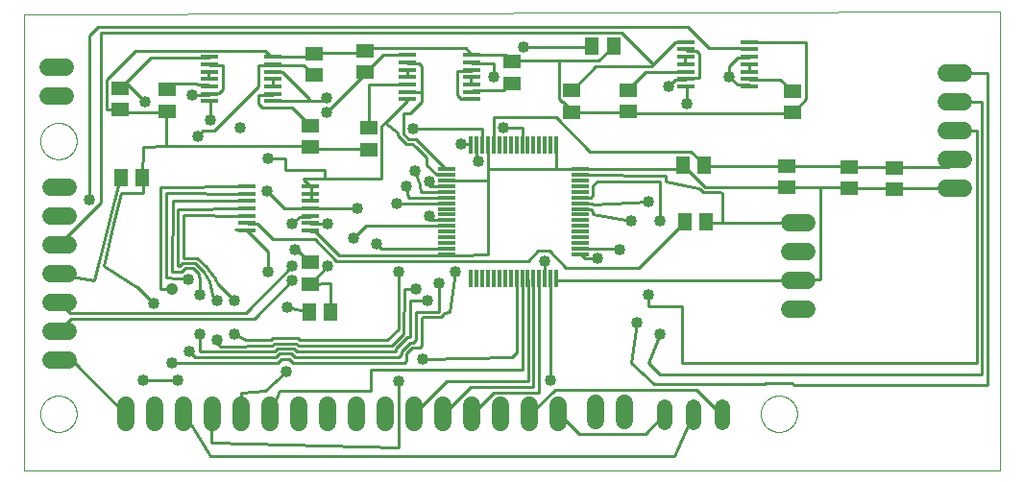
<source format=gtl>
G75*
%MOIN*%
%OFA0B0*%
%FSLAX25Y25*%
%IPPOS*%
%LPD*%
%AMOC8*
5,1,8,0,0,1.08239X$1,22.5*
%
%ADD10C,0.00000*%
%ADD11C,0.06000*%
%ADD12R,0.05118X0.05906*%
%ADD13R,0.05906X0.05118*%
%ADD14C,0.05200*%
%ADD15R,0.01181X0.05906*%
%ADD16R,0.05906X0.01181*%
%ADD17R,0.06299X0.01378*%
%ADD18C,0.01000*%
%ADD19C,0.04159*%
%ADD20C,0.04002*%
%ADD21C,0.04000*%
D10*
X0004398Y0001000D02*
X0004398Y0159268D01*
X0342980Y0160449D01*
X0342980Y0001000D01*
X0004398Y0001000D01*
X0009910Y0020685D02*
X0009912Y0020843D01*
X0009918Y0021001D01*
X0009928Y0021159D01*
X0009942Y0021317D01*
X0009960Y0021474D01*
X0009981Y0021631D01*
X0010007Y0021787D01*
X0010037Y0021943D01*
X0010070Y0022098D01*
X0010108Y0022251D01*
X0010149Y0022404D01*
X0010194Y0022556D01*
X0010243Y0022707D01*
X0010296Y0022856D01*
X0010352Y0023004D01*
X0010412Y0023150D01*
X0010476Y0023295D01*
X0010544Y0023438D01*
X0010615Y0023580D01*
X0010689Y0023720D01*
X0010767Y0023857D01*
X0010849Y0023993D01*
X0010933Y0024127D01*
X0011022Y0024258D01*
X0011113Y0024387D01*
X0011208Y0024514D01*
X0011305Y0024639D01*
X0011406Y0024761D01*
X0011510Y0024880D01*
X0011617Y0024997D01*
X0011727Y0025111D01*
X0011840Y0025222D01*
X0011955Y0025331D01*
X0012073Y0025436D01*
X0012194Y0025538D01*
X0012317Y0025638D01*
X0012443Y0025734D01*
X0012571Y0025827D01*
X0012701Y0025917D01*
X0012834Y0026003D01*
X0012969Y0026087D01*
X0013105Y0026166D01*
X0013244Y0026243D01*
X0013385Y0026315D01*
X0013527Y0026385D01*
X0013671Y0026450D01*
X0013817Y0026512D01*
X0013964Y0026570D01*
X0014113Y0026625D01*
X0014263Y0026676D01*
X0014414Y0026723D01*
X0014566Y0026766D01*
X0014719Y0026805D01*
X0014874Y0026841D01*
X0015029Y0026872D01*
X0015185Y0026900D01*
X0015341Y0026924D01*
X0015498Y0026944D01*
X0015656Y0026960D01*
X0015813Y0026972D01*
X0015972Y0026980D01*
X0016130Y0026984D01*
X0016288Y0026984D01*
X0016446Y0026980D01*
X0016605Y0026972D01*
X0016762Y0026960D01*
X0016920Y0026944D01*
X0017077Y0026924D01*
X0017233Y0026900D01*
X0017389Y0026872D01*
X0017544Y0026841D01*
X0017699Y0026805D01*
X0017852Y0026766D01*
X0018004Y0026723D01*
X0018155Y0026676D01*
X0018305Y0026625D01*
X0018454Y0026570D01*
X0018601Y0026512D01*
X0018747Y0026450D01*
X0018891Y0026385D01*
X0019033Y0026315D01*
X0019174Y0026243D01*
X0019313Y0026166D01*
X0019449Y0026087D01*
X0019584Y0026003D01*
X0019717Y0025917D01*
X0019847Y0025827D01*
X0019975Y0025734D01*
X0020101Y0025638D01*
X0020224Y0025538D01*
X0020345Y0025436D01*
X0020463Y0025331D01*
X0020578Y0025222D01*
X0020691Y0025111D01*
X0020801Y0024997D01*
X0020908Y0024880D01*
X0021012Y0024761D01*
X0021113Y0024639D01*
X0021210Y0024514D01*
X0021305Y0024387D01*
X0021396Y0024258D01*
X0021485Y0024127D01*
X0021569Y0023993D01*
X0021651Y0023857D01*
X0021729Y0023720D01*
X0021803Y0023580D01*
X0021874Y0023438D01*
X0021942Y0023295D01*
X0022006Y0023150D01*
X0022066Y0023004D01*
X0022122Y0022856D01*
X0022175Y0022707D01*
X0022224Y0022556D01*
X0022269Y0022404D01*
X0022310Y0022251D01*
X0022348Y0022098D01*
X0022381Y0021943D01*
X0022411Y0021787D01*
X0022437Y0021631D01*
X0022458Y0021474D01*
X0022476Y0021317D01*
X0022490Y0021159D01*
X0022500Y0021001D01*
X0022506Y0020843D01*
X0022508Y0020685D01*
X0022506Y0020527D01*
X0022500Y0020369D01*
X0022490Y0020211D01*
X0022476Y0020053D01*
X0022458Y0019896D01*
X0022437Y0019739D01*
X0022411Y0019583D01*
X0022381Y0019427D01*
X0022348Y0019272D01*
X0022310Y0019119D01*
X0022269Y0018966D01*
X0022224Y0018814D01*
X0022175Y0018663D01*
X0022122Y0018514D01*
X0022066Y0018366D01*
X0022006Y0018220D01*
X0021942Y0018075D01*
X0021874Y0017932D01*
X0021803Y0017790D01*
X0021729Y0017650D01*
X0021651Y0017513D01*
X0021569Y0017377D01*
X0021485Y0017243D01*
X0021396Y0017112D01*
X0021305Y0016983D01*
X0021210Y0016856D01*
X0021113Y0016731D01*
X0021012Y0016609D01*
X0020908Y0016490D01*
X0020801Y0016373D01*
X0020691Y0016259D01*
X0020578Y0016148D01*
X0020463Y0016039D01*
X0020345Y0015934D01*
X0020224Y0015832D01*
X0020101Y0015732D01*
X0019975Y0015636D01*
X0019847Y0015543D01*
X0019717Y0015453D01*
X0019584Y0015367D01*
X0019449Y0015283D01*
X0019313Y0015204D01*
X0019174Y0015127D01*
X0019033Y0015055D01*
X0018891Y0014985D01*
X0018747Y0014920D01*
X0018601Y0014858D01*
X0018454Y0014800D01*
X0018305Y0014745D01*
X0018155Y0014694D01*
X0018004Y0014647D01*
X0017852Y0014604D01*
X0017699Y0014565D01*
X0017544Y0014529D01*
X0017389Y0014498D01*
X0017233Y0014470D01*
X0017077Y0014446D01*
X0016920Y0014426D01*
X0016762Y0014410D01*
X0016605Y0014398D01*
X0016446Y0014390D01*
X0016288Y0014386D01*
X0016130Y0014386D01*
X0015972Y0014390D01*
X0015813Y0014398D01*
X0015656Y0014410D01*
X0015498Y0014426D01*
X0015341Y0014446D01*
X0015185Y0014470D01*
X0015029Y0014498D01*
X0014874Y0014529D01*
X0014719Y0014565D01*
X0014566Y0014604D01*
X0014414Y0014647D01*
X0014263Y0014694D01*
X0014113Y0014745D01*
X0013964Y0014800D01*
X0013817Y0014858D01*
X0013671Y0014920D01*
X0013527Y0014985D01*
X0013385Y0015055D01*
X0013244Y0015127D01*
X0013105Y0015204D01*
X0012969Y0015283D01*
X0012834Y0015367D01*
X0012701Y0015453D01*
X0012571Y0015543D01*
X0012443Y0015636D01*
X0012317Y0015732D01*
X0012194Y0015832D01*
X0012073Y0015934D01*
X0011955Y0016039D01*
X0011840Y0016148D01*
X0011727Y0016259D01*
X0011617Y0016373D01*
X0011510Y0016490D01*
X0011406Y0016609D01*
X0011305Y0016731D01*
X0011208Y0016856D01*
X0011113Y0016983D01*
X0011022Y0017112D01*
X0010933Y0017243D01*
X0010849Y0017377D01*
X0010767Y0017513D01*
X0010689Y0017650D01*
X0010615Y0017790D01*
X0010544Y0017932D01*
X0010476Y0018075D01*
X0010412Y0018220D01*
X0010352Y0018366D01*
X0010296Y0018514D01*
X0010243Y0018663D01*
X0010194Y0018814D01*
X0010149Y0018966D01*
X0010108Y0019119D01*
X0010070Y0019272D01*
X0010037Y0019427D01*
X0010007Y0019583D01*
X0009981Y0019739D01*
X0009960Y0019896D01*
X0009942Y0020053D01*
X0009928Y0020211D01*
X0009918Y0020369D01*
X0009912Y0020527D01*
X0009910Y0020685D01*
X0009910Y0115370D02*
X0009912Y0115528D01*
X0009918Y0115686D01*
X0009928Y0115844D01*
X0009942Y0116002D01*
X0009960Y0116159D01*
X0009981Y0116316D01*
X0010007Y0116472D01*
X0010037Y0116628D01*
X0010070Y0116783D01*
X0010108Y0116936D01*
X0010149Y0117089D01*
X0010194Y0117241D01*
X0010243Y0117392D01*
X0010296Y0117541D01*
X0010352Y0117689D01*
X0010412Y0117835D01*
X0010476Y0117980D01*
X0010544Y0118123D01*
X0010615Y0118265D01*
X0010689Y0118405D01*
X0010767Y0118542D01*
X0010849Y0118678D01*
X0010933Y0118812D01*
X0011022Y0118943D01*
X0011113Y0119072D01*
X0011208Y0119199D01*
X0011305Y0119324D01*
X0011406Y0119446D01*
X0011510Y0119565D01*
X0011617Y0119682D01*
X0011727Y0119796D01*
X0011840Y0119907D01*
X0011955Y0120016D01*
X0012073Y0120121D01*
X0012194Y0120223D01*
X0012317Y0120323D01*
X0012443Y0120419D01*
X0012571Y0120512D01*
X0012701Y0120602D01*
X0012834Y0120688D01*
X0012969Y0120772D01*
X0013105Y0120851D01*
X0013244Y0120928D01*
X0013385Y0121000D01*
X0013527Y0121070D01*
X0013671Y0121135D01*
X0013817Y0121197D01*
X0013964Y0121255D01*
X0014113Y0121310D01*
X0014263Y0121361D01*
X0014414Y0121408D01*
X0014566Y0121451D01*
X0014719Y0121490D01*
X0014874Y0121526D01*
X0015029Y0121557D01*
X0015185Y0121585D01*
X0015341Y0121609D01*
X0015498Y0121629D01*
X0015656Y0121645D01*
X0015813Y0121657D01*
X0015972Y0121665D01*
X0016130Y0121669D01*
X0016288Y0121669D01*
X0016446Y0121665D01*
X0016605Y0121657D01*
X0016762Y0121645D01*
X0016920Y0121629D01*
X0017077Y0121609D01*
X0017233Y0121585D01*
X0017389Y0121557D01*
X0017544Y0121526D01*
X0017699Y0121490D01*
X0017852Y0121451D01*
X0018004Y0121408D01*
X0018155Y0121361D01*
X0018305Y0121310D01*
X0018454Y0121255D01*
X0018601Y0121197D01*
X0018747Y0121135D01*
X0018891Y0121070D01*
X0019033Y0121000D01*
X0019174Y0120928D01*
X0019313Y0120851D01*
X0019449Y0120772D01*
X0019584Y0120688D01*
X0019717Y0120602D01*
X0019847Y0120512D01*
X0019975Y0120419D01*
X0020101Y0120323D01*
X0020224Y0120223D01*
X0020345Y0120121D01*
X0020463Y0120016D01*
X0020578Y0119907D01*
X0020691Y0119796D01*
X0020801Y0119682D01*
X0020908Y0119565D01*
X0021012Y0119446D01*
X0021113Y0119324D01*
X0021210Y0119199D01*
X0021305Y0119072D01*
X0021396Y0118943D01*
X0021485Y0118812D01*
X0021569Y0118678D01*
X0021651Y0118542D01*
X0021729Y0118405D01*
X0021803Y0118265D01*
X0021874Y0118123D01*
X0021942Y0117980D01*
X0022006Y0117835D01*
X0022066Y0117689D01*
X0022122Y0117541D01*
X0022175Y0117392D01*
X0022224Y0117241D01*
X0022269Y0117089D01*
X0022310Y0116936D01*
X0022348Y0116783D01*
X0022381Y0116628D01*
X0022411Y0116472D01*
X0022437Y0116316D01*
X0022458Y0116159D01*
X0022476Y0116002D01*
X0022490Y0115844D01*
X0022500Y0115686D01*
X0022506Y0115528D01*
X0022508Y0115370D01*
X0022506Y0115212D01*
X0022500Y0115054D01*
X0022490Y0114896D01*
X0022476Y0114738D01*
X0022458Y0114581D01*
X0022437Y0114424D01*
X0022411Y0114268D01*
X0022381Y0114112D01*
X0022348Y0113957D01*
X0022310Y0113804D01*
X0022269Y0113651D01*
X0022224Y0113499D01*
X0022175Y0113348D01*
X0022122Y0113199D01*
X0022066Y0113051D01*
X0022006Y0112905D01*
X0021942Y0112760D01*
X0021874Y0112617D01*
X0021803Y0112475D01*
X0021729Y0112335D01*
X0021651Y0112198D01*
X0021569Y0112062D01*
X0021485Y0111928D01*
X0021396Y0111797D01*
X0021305Y0111668D01*
X0021210Y0111541D01*
X0021113Y0111416D01*
X0021012Y0111294D01*
X0020908Y0111175D01*
X0020801Y0111058D01*
X0020691Y0110944D01*
X0020578Y0110833D01*
X0020463Y0110724D01*
X0020345Y0110619D01*
X0020224Y0110517D01*
X0020101Y0110417D01*
X0019975Y0110321D01*
X0019847Y0110228D01*
X0019717Y0110138D01*
X0019584Y0110052D01*
X0019449Y0109968D01*
X0019313Y0109889D01*
X0019174Y0109812D01*
X0019033Y0109740D01*
X0018891Y0109670D01*
X0018747Y0109605D01*
X0018601Y0109543D01*
X0018454Y0109485D01*
X0018305Y0109430D01*
X0018155Y0109379D01*
X0018004Y0109332D01*
X0017852Y0109289D01*
X0017699Y0109250D01*
X0017544Y0109214D01*
X0017389Y0109183D01*
X0017233Y0109155D01*
X0017077Y0109131D01*
X0016920Y0109111D01*
X0016762Y0109095D01*
X0016605Y0109083D01*
X0016446Y0109075D01*
X0016288Y0109071D01*
X0016130Y0109071D01*
X0015972Y0109075D01*
X0015813Y0109083D01*
X0015656Y0109095D01*
X0015498Y0109111D01*
X0015341Y0109131D01*
X0015185Y0109155D01*
X0015029Y0109183D01*
X0014874Y0109214D01*
X0014719Y0109250D01*
X0014566Y0109289D01*
X0014414Y0109332D01*
X0014263Y0109379D01*
X0014113Y0109430D01*
X0013964Y0109485D01*
X0013817Y0109543D01*
X0013671Y0109605D01*
X0013527Y0109670D01*
X0013385Y0109740D01*
X0013244Y0109812D01*
X0013105Y0109889D01*
X0012969Y0109968D01*
X0012834Y0110052D01*
X0012701Y0110138D01*
X0012571Y0110228D01*
X0012443Y0110321D01*
X0012317Y0110417D01*
X0012194Y0110517D01*
X0012073Y0110619D01*
X0011955Y0110724D01*
X0011840Y0110833D01*
X0011727Y0110944D01*
X0011617Y0111058D01*
X0011510Y0111175D01*
X0011406Y0111294D01*
X0011305Y0111416D01*
X0011208Y0111541D01*
X0011113Y0111668D01*
X0011022Y0111797D01*
X0010933Y0111928D01*
X0010849Y0112062D01*
X0010767Y0112198D01*
X0010689Y0112335D01*
X0010615Y0112475D01*
X0010544Y0112617D01*
X0010476Y0112760D01*
X0010412Y0112905D01*
X0010352Y0113051D01*
X0010296Y0113199D01*
X0010243Y0113348D01*
X0010194Y0113499D01*
X0010149Y0113651D01*
X0010108Y0113804D01*
X0010070Y0113957D01*
X0010037Y0114112D01*
X0010007Y0114268D01*
X0009981Y0114424D01*
X0009960Y0114581D01*
X0009942Y0114738D01*
X0009928Y0114896D01*
X0009918Y0115054D01*
X0009912Y0115212D01*
X0009910Y0115370D01*
X0259910Y0020685D02*
X0259912Y0020843D01*
X0259918Y0021001D01*
X0259928Y0021159D01*
X0259942Y0021317D01*
X0259960Y0021474D01*
X0259981Y0021631D01*
X0260007Y0021787D01*
X0260037Y0021943D01*
X0260070Y0022098D01*
X0260108Y0022251D01*
X0260149Y0022404D01*
X0260194Y0022556D01*
X0260243Y0022707D01*
X0260296Y0022856D01*
X0260352Y0023004D01*
X0260412Y0023150D01*
X0260476Y0023295D01*
X0260544Y0023438D01*
X0260615Y0023580D01*
X0260689Y0023720D01*
X0260767Y0023857D01*
X0260849Y0023993D01*
X0260933Y0024127D01*
X0261022Y0024258D01*
X0261113Y0024387D01*
X0261208Y0024514D01*
X0261305Y0024639D01*
X0261406Y0024761D01*
X0261510Y0024880D01*
X0261617Y0024997D01*
X0261727Y0025111D01*
X0261840Y0025222D01*
X0261955Y0025331D01*
X0262073Y0025436D01*
X0262194Y0025538D01*
X0262317Y0025638D01*
X0262443Y0025734D01*
X0262571Y0025827D01*
X0262701Y0025917D01*
X0262834Y0026003D01*
X0262969Y0026087D01*
X0263105Y0026166D01*
X0263244Y0026243D01*
X0263385Y0026315D01*
X0263527Y0026385D01*
X0263671Y0026450D01*
X0263817Y0026512D01*
X0263964Y0026570D01*
X0264113Y0026625D01*
X0264263Y0026676D01*
X0264414Y0026723D01*
X0264566Y0026766D01*
X0264719Y0026805D01*
X0264874Y0026841D01*
X0265029Y0026872D01*
X0265185Y0026900D01*
X0265341Y0026924D01*
X0265498Y0026944D01*
X0265656Y0026960D01*
X0265813Y0026972D01*
X0265972Y0026980D01*
X0266130Y0026984D01*
X0266288Y0026984D01*
X0266446Y0026980D01*
X0266605Y0026972D01*
X0266762Y0026960D01*
X0266920Y0026944D01*
X0267077Y0026924D01*
X0267233Y0026900D01*
X0267389Y0026872D01*
X0267544Y0026841D01*
X0267699Y0026805D01*
X0267852Y0026766D01*
X0268004Y0026723D01*
X0268155Y0026676D01*
X0268305Y0026625D01*
X0268454Y0026570D01*
X0268601Y0026512D01*
X0268747Y0026450D01*
X0268891Y0026385D01*
X0269033Y0026315D01*
X0269174Y0026243D01*
X0269313Y0026166D01*
X0269449Y0026087D01*
X0269584Y0026003D01*
X0269717Y0025917D01*
X0269847Y0025827D01*
X0269975Y0025734D01*
X0270101Y0025638D01*
X0270224Y0025538D01*
X0270345Y0025436D01*
X0270463Y0025331D01*
X0270578Y0025222D01*
X0270691Y0025111D01*
X0270801Y0024997D01*
X0270908Y0024880D01*
X0271012Y0024761D01*
X0271113Y0024639D01*
X0271210Y0024514D01*
X0271305Y0024387D01*
X0271396Y0024258D01*
X0271485Y0024127D01*
X0271569Y0023993D01*
X0271651Y0023857D01*
X0271729Y0023720D01*
X0271803Y0023580D01*
X0271874Y0023438D01*
X0271942Y0023295D01*
X0272006Y0023150D01*
X0272066Y0023004D01*
X0272122Y0022856D01*
X0272175Y0022707D01*
X0272224Y0022556D01*
X0272269Y0022404D01*
X0272310Y0022251D01*
X0272348Y0022098D01*
X0272381Y0021943D01*
X0272411Y0021787D01*
X0272437Y0021631D01*
X0272458Y0021474D01*
X0272476Y0021317D01*
X0272490Y0021159D01*
X0272500Y0021001D01*
X0272506Y0020843D01*
X0272508Y0020685D01*
X0272506Y0020527D01*
X0272500Y0020369D01*
X0272490Y0020211D01*
X0272476Y0020053D01*
X0272458Y0019896D01*
X0272437Y0019739D01*
X0272411Y0019583D01*
X0272381Y0019427D01*
X0272348Y0019272D01*
X0272310Y0019119D01*
X0272269Y0018966D01*
X0272224Y0018814D01*
X0272175Y0018663D01*
X0272122Y0018514D01*
X0272066Y0018366D01*
X0272006Y0018220D01*
X0271942Y0018075D01*
X0271874Y0017932D01*
X0271803Y0017790D01*
X0271729Y0017650D01*
X0271651Y0017513D01*
X0271569Y0017377D01*
X0271485Y0017243D01*
X0271396Y0017112D01*
X0271305Y0016983D01*
X0271210Y0016856D01*
X0271113Y0016731D01*
X0271012Y0016609D01*
X0270908Y0016490D01*
X0270801Y0016373D01*
X0270691Y0016259D01*
X0270578Y0016148D01*
X0270463Y0016039D01*
X0270345Y0015934D01*
X0270224Y0015832D01*
X0270101Y0015732D01*
X0269975Y0015636D01*
X0269847Y0015543D01*
X0269717Y0015453D01*
X0269584Y0015367D01*
X0269449Y0015283D01*
X0269313Y0015204D01*
X0269174Y0015127D01*
X0269033Y0015055D01*
X0268891Y0014985D01*
X0268747Y0014920D01*
X0268601Y0014858D01*
X0268454Y0014800D01*
X0268305Y0014745D01*
X0268155Y0014694D01*
X0268004Y0014647D01*
X0267852Y0014604D01*
X0267699Y0014565D01*
X0267544Y0014529D01*
X0267389Y0014498D01*
X0267233Y0014470D01*
X0267077Y0014446D01*
X0266920Y0014426D01*
X0266762Y0014410D01*
X0266605Y0014398D01*
X0266446Y0014390D01*
X0266288Y0014386D01*
X0266130Y0014386D01*
X0265972Y0014390D01*
X0265813Y0014398D01*
X0265656Y0014410D01*
X0265498Y0014426D01*
X0265341Y0014446D01*
X0265185Y0014470D01*
X0265029Y0014498D01*
X0264874Y0014529D01*
X0264719Y0014565D01*
X0264566Y0014604D01*
X0264414Y0014647D01*
X0264263Y0014694D01*
X0264113Y0014745D01*
X0263964Y0014800D01*
X0263817Y0014858D01*
X0263671Y0014920D01*
X0263527Y0014985D01*
X0263385Y0015055D01*
X0263244Y0015127D01*
X0263105Y0015204D01*
X0262969Y0015283D01*
X0262834Y0015367D01*
X0262701Y0015453D01*
X0262571Y0015543D01*
X0262443Y0015636D01*
X0262317Y0015732D01*
X0262194Y0015832D01*
X0262073Y0015934D01*
X0261955Y0016039D01*
X0261840Y0016148D01*
X0261727Y0016259D01*
X0261617Y0016373D01*
X0261510Y0016490D01*
X0261406Y0016609D01*
X0261305Y0016731D01*
X0261208Y0016856D01*
X0261113Y0016983D01*
X0261022Y0017112D01*
X0260933Y0017243D01*
X0260849Y0017377D01*
X0260767Y0017513D01*
X0260689Y0017650D01*
X0260615Y0017790D01*
X0260544Y0017932D01*
X0260476Y0018075D01*
X0260412Y0018220D01*
X0260352Y0018366D01*
X0260296Y0018514D01*
X0260243Y0018663D01*
X0260194Y0018814D01*
X0260149Y0018966D01*
X0260108Y0019119D01*
X0260070Y0019272D01*
X0260037Y0019427D01*
X0260007Y0019583D01*
X0259981Y0019739D01*
X0259960Y0019896D01*
X0259942Y0020053D01*
X0259928Y0020211D01*
X0259918Y0020369D01*
X0259912Y0020527D01*
X0259910Y0020685D01*
D11*
X0212705Y0018394D02*
X0212705Y0024394D01*
X0202705Y0024394D02*
X0202705Y0018394D01*
X0189634Y0017685D02*
X0189634Y0023685D01*
X0179634Y0023685D02*
X0179634Y0017685D01*
X0169634Y0017685D02*
X0169634Y0023685D01*
X0159634Y0023685D02*
X0159634Y0017685D01*
X0149634Y0017685D02*
X0149634Y0023685D01*
X0139634Y0023685D02*
X0139634Y0017685D01*
X0129634Y0017685D02*
X0129634Y0023685D01*
X0119634Y0023685D02*
X0119634Y0017685D01*
X0109634Y0017685D02*
X0109634Y0023685D01*
X0099634Y0023685D02*
X0099634Y0017685D01*
X0089634Y0017685D02*
X0089634Y0023685D01*
X0079634Y0023685D02*
X0079634Y0017685D01*
X0069634Y0017685D02*
X0069634Y0023685D01*
X0059634Y0023685D02*
X0059634Y0017685D01*
X0049634Y0017685D02*
X0049634Y0023685D01*
X0039634Y0023685D02*
X0039634Y0017685D01*
X0019484Y0039346D02*
X0013484Y0039346D01*
X0013484Y0049346D02*
X0019484Y0049346D01*
X0019484Y0059346D02*
X0013484Y0059346D01*
X0013484Y0069346D02*
X0019484Y0069346D01*
X0019484Y0079346D02*
X0013484Y0079346D01*
X0013484Y0089346D02*
X0019484Y0089346D01*
X0019484Y0099346D02*
X0013484Y0099346D01*
X0012500Y0131000D02*
X0018500Y0131000D01*
X0018500Y0141000D02*
X0012500Y0141000D01*
X0269862Y0086866D02*
X0275862Y0086866D01*
X0275862Y0076866D02*
X0269862Y0076866D01*
X0269862Y0066866D02*
X0275862Y0066866D01*
X0275862Y0056866D02*
X0269862Y0056866D01*
X0324232Y0099110D02*
X0330232Y0099110D01*
X0330232Y0109110D02*
X0324232Y0109110D01*
X0324232Y0119110D02*
X0330232Y0119110D01*
X0330232Y0129110D02*
X0324232Y0129110D01*
X0324232Y0139110D02*
X0330232Y0139110D01*
D12*
X0240382Y0107063D03*
X0232902Y0107063D03*
X0233492Y0087378D03*
X0240972Y0087378D03*
X0208846Y0148402D03*
X0201366Y0148402D03*
X0045264Y0102535D03*
X0037783Y0102535D03*
X0103165Y0055939D03*
X0110646Y0055939D03*
D13*
X0103531Y0065724D03*
X0103531Y0073205D03*
X0123925Y0112457D03*
X0123925Y0119937D03*
X0103650Y0120843D03*
X0103650Y0113362D03*
X0105028Y0138283D03*
X0105028Y0145764D03*
X0122744Y0146709D03*
X0122744Y0139228D03*
X0173453Y0142929D03*
X0173453Y0135449D03*
X0194398Y0132990D03*
X0194398Y0125510D03*
X0213886Y0125567D03*
X0213886Y0133047D03*
X0270972Y0132732D03*
X0270972Y0125252D03*
X0269004Y0106748D03*
X0269004Y0099268D03*
X0290657Y0098953D03*
X0290657Y0106433D03*
X0306406Y0106118D03*
X0306406Y0098638D03*
X0053846Y0125843D03*
X0053846Y0133323D03*
X0037626Y0133717D03*
X0037626Y0126236D03*
D14*
X0226484Y0022970D02*
X0226484Y0017770D01*
X0236484Y0017770D02*
X0236484Y0022970D01*
X0246484Y0022970D02*
X0246484Y0017770D01*
D15*
X0188925Y0067614D03*
X0186957Y0067614D03*
X0184988Y0067614D03*
X0183020Y0067614D03*
X0181051Y0067614D03*
X0179083Y0067614D03*
X0177114Y0067614D03*
X0175146Y0067614D03*
X0173177Y0067614D03*
X0171209Y0067614D03*
X0169240Y0067614D03*
X0167272Y0067614D03*
X0165303Y0067614D03*
X0163335Y0067614D03*
X0161366Y0067614D03*
X0159398Y0067614D03*
X0159398Y0114071D03*
X0161366Y0114071D03*
X0163335Y0114071D03*
X0165303Y0114071D03*
X0167272Y0114071D03*
X0169240Y0114071D03*
X0171209Y0114071D03*
X0173177Y0114071D03*
X0175146Y0114071D03*
X0177114Y0114071D03*
X0179083Y0114071D03*
X0181051Y0114071D03*
X0183020Y0114071D03*
X0184988Y0114071D03*
X0186957Y0114071D03*
X0188925Y0114071D03*
D16*
X0197390Y0105606D03*
X0197390Y0103638D03*
X0197390Y0101669D03*
X0197390Y0099701D03*
X0197390Y0097732D03*
X0197390Y0095764D03*
X0197390Y0093795D03*
X0197390Y0091827D03*
X0197390Y0089858D03*
X0197390Y0087890D03*
X0197390Y0085921D03*
X0197390Y0083953D03*
X0197390Y0081984D03*
X0197390Y0080016D03*
X0197390Y0078047D03*
X0197390Y0076079D03*
X0150933Y0076079D03*
X0150933Y0078047D03*
X0150933Y0080016D03*
X0150933Y0081984D03*
X0150933Y0083953D03*
X0150933Y0085921D03*
X0150933Y0087890D03*
X0150933Y0089858D03*
X0150933Y0091827D03*
X0150933Y0093795D03*
X0150933Y0095764D03*
X0150933Y0097732D03*
X0150933Y0099701D03*
X0150933Y0101669D03*
X0150933Y0103638D03*
X0150933Y0105606D03*
D17*
X0103728Y0099661D03*
X0103728Y0097102D03*
X0103728Y0094543D03*
X0103728Y0091984D03*
X0103728Y0089425D03*
X0103728Y0086866D03*
X0103728Y0084307D03*
X0081681Y0084307D03*
X0081681Y0086866D03*
X0081681Y0089425D03*
X0081681Y0091984D03*
X0081681Y0094543D03*
X0081681Y0097102D03*
X0081681Y0099661D03*
X0090539Y0129268D03*
X0090539Y0131827D03*
X0090539Y0134386D03*
X0090539Y0136945D03*
X0090539Y0139504D03*
X0090539Y0142063D03*
X0090539Y0144622D03*
X0068492Y0144622D03*
X0068492Y0142063D03*
X0068492Y0139504D03*
X0068492Y0136945D03*
X0068492Y0134386D03*
X0068492Y0131827D03*
X0068492Y0129268D03*
X0137390Y0129858D03*
X0137390Y0132417D03*
X0137390Y0134976D03*
X0137390Y0137535D03*
X0137390Y0140094D03*
X0137390Y0142654D03*
X0137390Y0145213D03*
X0159437Y0145213D03*
X0159437Y0142654D03*
X0159437Y0140094D03*
X0159437Y0137535D03*
X0159437Y0134976D03*
X0159437Y0132417D03*
X0159437Y0129858D03*
X0233846Y0134386D03*
X0233846Y0136945D03*
X0233846Y0139504D03*
X0233846Y0142063D03*
X0233846Y0144622D03*
X0233846Y0147181D03*
X0233846Y0149740D03*
X0255894Y0149740D03*
X0255894Y0147181D03*
X0255894Y0144622D03*
X0255894Y0142063D03*
X0255894Y0139504D03*
X0255894Y0136945D03*
X0255894Y0134386D03*
D18*
X0255874Y0134858D01*
X0251937Y0134858D01*
X0248984Y0137811D01*
X0248984Y0141256D01*
X0251937Y0144209D01*
X0255874Y0144209D01*
X0255894Y0144622D01*
X0255894Y0142063D02*
X0255874Y0141748D01*
X0255874Y0139780D01*
X0255894Y0139504D01*
X0255894Y0136945D02*
X0256366Y0136827D01*
X0266701Y0136827D01*
X0270638Y0132890D01*
X0270972Y0132732D01*
X0275559Y0129937D02*
X0275559Y0149622D01*
X0256366Y0149622D01*
X0255894Y0149740D01*
X0255874Y0147654D02*
X0255894Y0147181D01*
X0255874Y0147654D02*
X0242094Y0147654D01*
X0234713Y0155035D01*
X0029988Y0155035D01*
X0027035Y0152083D01*
X0027035Y0094996D01*
X0030972Y0094012D02*
X0030972Y0153067D01*
X0211583Y0153067D01*
X0222656Y0141994D01*
X0221917Y0141256D01*
X0202724Y0141256D01*
X0194850Y0133382D01*
X0194398Y0132990D01*
X0190913Y0128953D02*
X0189929Y0129937D01*
X0189929Y0143224D01*
X0203709Y0143224D01*
X0208630Y0148146D01*
X0208846Y0148402D01*
X0201366Y0148402D02*
X0201248Y0148146D01*
X0177626Y0148146D01*
X0173197Y0143224D02*
X0171228Y0145193D01*
X0159909Y0145193D01*
X0159437Y0145213D01*
X0159417Y0145685D01*
X0157449Y0147654D01*
X0123492Y0147654D01*
X0123000Y0147161D01*
X0122744Y0146709D01*
X0122508Y0146669D01*
X0122016Y0146177D01*
X0105283Y0146177D01*
X0105028Y0145764D01*
X0104791Y0145685D01*
X0103807Y0144701D01*
X0091012Y0144701D01*
X0090539Y0144622D01*
X0090028Y0144701D01*
X0088059Y0146669D01*
X0042783Y0146669D01*
X0032941Y0136827D01*
X0032941Y0126492D01*
X0037370Y0126492D01*
X0037626Y0126236D01*
X0038354Y0125508D01*
X0053118Y0125508D01*
X0053846Y0125843D01*
X0053610Y0125508D01*
X0053610Y0113697D01*
X0045736Y0113205D01*
X0045264Y0102535D01*
X0045736Y0097457D01*
X0038096Y0097397D01*
X0035365Y0086637D01*
X0031957Y0071866D01*
X0044014Y0064238D01*
X0049181Y0059071D01*
X0051642Y0063992D02*
X0055579Y0063992D01*
X0051642Y0063992D02*
X0051642Y0099425D01*
X0081681Y0099661D01*
X0081681Y0097102D02*
X0053610Y0097457D01*
X0053610Y0067929D01*
X0061287Y0067339D01*
X0064765Y0068060D02*
X0065421Y0067929D01*
X0065421Y0062024D01*
X0069490Y0062108D02*
X0071327Y0060055D01*
X0069490Y0062108D02*
X0068702Y0066828D01*
X0066565Y0070034D01*
X0063589Y0073010D01*
X0059380Y0073010D01*
X0058235Y0071866D01*
X0057547Y0071866D01*
X0057657Y0091553D01*
X0081681Y0091984D01*
X0081681Y0089425D02*
X0059516Y0089583D01*
X0059516Y0074810D01*
X0064335Y0074810D01*
X0067453Y0071692D01*
X0067649Y0071653D01*
X0067964Y0071181D01*
X0068365Y0070779D01*
X0070502Y0067574D01*
X0070614Y0067407D01*
X0071598Y0065764D01*
X0077232Y0060055D01*
X0081169Y0055626D02*
X0097409Y0071866D01*
X0098886Y0077772D02*
X0103315Y0073343D01*
X0103531Y0073205D01*
X0109713Y0071866D02*
X0103807Y0065961D01*
X0103531Y0065724D01*
X0110697Y0065961D01*
X0110646Y0055939D01*
X0103165Y0055939D02*
X0095441Y0057594D01*
X0097409Y0066945D02*
X0084122Y0053657D01*
X0020638Y0053657D01*
X0016701Y0049720D01*
X0016484Y0049346D01*
X0020146Y0055626D02*
X0081169Y0055626D01*
X0077232Y0048244D02*
X0081169Y0046276D01*
X0089969Y0046276D01*
X0090607Y0046914D01*
X0099290Y0046914D01*
X0099929Y0046276D01*
X0130382Y0046276D01*
X0134280Y0050173D01*
X0134319Y0065961D01*
X0134319Y0069898D01*
X0136287Y0063992D02*
X0140224Y0063992D01*
X0136287Y0063992D02*
X0136054Y0048477D01*
X0131883Y0044306D01*
X0099444Y0044215D01*
X0098545Y0045114D01*
X0091353Y0045114D01*
X0090428Y0044189D01*
X0072395Y0044139D01*
X0071327Y0046276D01*
X0065421Y0048244D02*
X0065421Y0042339D01*
X0091123Y0042339D01*
X0092099Y0043314D01*
X0097799Y0043314D01*
X0098775Y0042339D01*
X0133343Y0042339D01*
X0133343Y0043220D01*
X0137374Y0047251D01*
X0138256Y0047251D01*
X0138256Y0060055D01*
X0144161Y0060055D01*
X0140224Y0056118D02*
X0148098Y0056118D01*
X0148098Y0065961D01*
X0154004Y0069898D02*
X0152035Y0056118D01*
X0149898Y0055691D01*
X0149898Y0055373D01*
X0148844Y0054318D01*
X0143035Y0054318D01*
X0142193Y0054150D01*
X0142193Y0044307D01*
X0141537Y0043651D01*
X0138865Y0043651D01*
X0136943Y0041729D01*
X0136943Y0039057D01*
X0136287Y0038402D01*
X0097620Y0038402D01*
X0096308Y0039714D01*
X0093590Y0039714D01*
X0092277Y0038402D01*
X0055579Y0038402D01*
X0061484Y0042339D02*
X0063453Y0040370D01*
X0091700Y0040370D01*
X0092844Y0041514D01*
X0097053Y0041514D01*
X0098198Y0040370D01*
X0134319Y0040370D01*
X0135143Y0041194D01*
X0135143Y0042475D01*
X0138120Y0045451D01*
X0139400Y0045451D01*
X0140224Y0046276D01*
X0140224Y0056118D01*
X0142587Y0039780D02*
X0173689Y0040370D01*
X0175165Y0041846D01*
X0175165Y0067437D01*
X0175146Y0067614D01*
X0177114Y0067614D02*
X0177134Y0067437D01*
X0177134Y0035941D01*
X0124476Y0035941D01*
X0124476Y0028559D01*
X0092980Y0028559D01*
X0089634Y0020685D01*
X0090028Y0020685D01*
X0079648Y0020699D02*
X0079634Y0020685D01*
X0079648Y0020699D02*
X0079648Y0028157D01*
X0087923Y0028559D01*
X0095343Y0035252D01*
X0069850Y0020685D02*
X0069634Y0020685D01*
X0069358Y0010843D01*
X0134319Y0008874D01*
X0134319Y0032069D01*
X0139732Y0020685D02*
X0151051Y0032004D01*
X0179102Y0032004D01*
X0179102Y0067437D01*
X0179083Y0067614D01*
X0181051Y0067614D02*
X0181071Y0067437D01*
X0181071Y0030035D01*
X0159417Y0030035D01*
X0150067Y0020685D01*
X0149634Y0020685D01*
X0139732Y0020685D02*
X0139634Y0020685D01*
X0159634Y0020685D02*
X0159909Y0020685D01*
X0167291Y0028067D01*
X0183039Y0028067D01*
X0183039Y0067437D01*
X0183020Y0067614D01*
X0184988Y0067614D02*
X0185008Y0067929D01*
X0185008Y0073835D01*
X0182547Y0077280D02*
X0179102Y0073835D01*
X0112665Y0073835D01*
X0105283Y0081217D01*
X0090520Y0081217D01*
X0085106Y0086630D01*
X0082154Y0086630D01*
X0081681Y0086866D01*
X0081661Y0084661D02*
X0077724Y0084661D01*
X0081661Y0084661D02*
X0081681Y0084307D01*
X0089043Y0076945D01*
X0089043Y0069898D01*
X0098394Y0077772D02*
X0098886Y0077772D01*
X0103807Y0084169D02*
X0103728Y0084307D01*
X0103807Y0084169D02*
X0105283Y0084169D01*
X0113650Y0075803D01*
X0150559Y0075803D01*
X0150933Y0076079D01*
X0151051Y0075803D01*
X0154496Y0075803D01*
X0165323Y0075880D01*
X0165323Y0101394D01*
X0165047Y0101669D01*
X0150933Y0101669D01*
X0150933Y0099701D02*
X0144898Y0099750D01*
X0144818Y0101221D01*
X0141537Y0100784D02*
X0141537Y0100125D01*
X0141996Y0097654D01*
X0147409Y0097621D01*
X0147442Y0097654D01*
X0148461Y0097654D01*
X0150933Y0097732D01*
X0150933Y0095764D02*
X0137469Y0095685D01*
X0136878Y0099819D01*
X0141322Y0100999D02*
X0141537Y0100784D01*
X0141322Y0100999D02*
X0139852Y0105155D01*
X0144043Y0107114D02*
X0147442Y0103716D01*
X0150606Y0103716D01*
X0150676Y0103675D01*
X0150829Y0103716D01*
X0150846Y0103716D01*
X0150933Y0103638D01*
X0150933Y0105606D02*
X0150559Y0105823D01*
X0140224Y0116157D01*
X0137764Y0116157D01*
X0135795Y0118126D01*
X0135795Y0125016D01*
X0138256Y0125016D01*
X0142193Y0128953D01*
X0142193Y0132398D01*
X0142193Y0141256D01*
X0141209Y0142240D01*
X0137764Y0142240D01*
X0137390Y0142654D01*
X0137272Y0145193D02*
X0137390Y0145213D01*
X0137272Y0145193D02*
X0128906Y0145193D01*
X0123000Y0139287D01*
X0122744Y0139228D01*
X0122508Y0138795D01*
X0109220Y0125508D01*
X0108236Y0129445D02*
X0103315Y0129445D01*
X0103315Y0129937D01*
X0093965Y0139287D01*
X0091012Y0139287D01*
X0090539Y0139504D01*
X0090520Y0141748D02*
X0090539Y0142063D01*
X0091012Y0141748D01*
X0101346Y0141748D01*
X0104791Y0138303D01*
X0105028Y0138283D01*
X0090539Y0136945D02*
X0090520Y0136827D01*
X0090520Y0134858D01*
X0090539Y0134386D01*
X0090539Y0131827D02*
X0090520Y0131413D01*
X0085598Y0131413D01*
X0085598Y0128461D01*
X0087075Y0126984D01*
X0097409Y0126984D01*
X0103315Y0121079D01*
X0103650Y0120843D01*
X0103315Y0113697D02*
X0103650Y0113362D01*
X0104299Y0112713D01*
X0123492Y0112713D01*
X0123925Y0112457D01*
X0133995Y0117380D02*
X0137018Y0114357D01*
X0138808Y0114357D01*
X0140224Y0113205D01*
X0144043Y0109793D01*
X0144043Y0107114D01*
X0155972Y0114189D02*
X0158925Y0114189D01*
X0159398Y0114071D01*
X0161366Y0114071D02*
X0161386Y0113697D01*
X0161386Y0108283D01*
X0161878Y0108283D01*
X0165323Y0105823D02*
X0165323Y0101394D01*
X0165323Y0105823D02*
X0188945Y0105823D01*
X0188945Y0113697D01*
X0188925Y0114071D01*
X0177134Y0114189D02*
X0177114Y0114071D01*
X0177134Y0114189D02*
X0177134Y0120094D01*
X0170736Y0120094D01*
X0167291Y0123539D02*
X0188945Y0123539D01*
X0200756Y0111728D01*
X0235697Y0111728D01*
X0240126Y0107299D01*
X0240382Y0107063D01*
X0240618Y0106807D01*
X0268669Y0106807D01*
X0269004Y0106748D01*
X0269161Y0106807D01*
X0290323Y0106807D01*
X0290657Y0106433D01*
X0290815Y0106315D01*
X0306071Y0106315D01*
X0306406Y0106118D01*
X0306563Y0106315D01*
X0324772Y0106315D01*
X0327232Y0108776D01*
X0327232Y0109110D01*
X0327232Y0099110D02*
X0327232Y0098933D01*
X0306563Y0098933D01*
X0306406Y0098638D01*
X0306071Y0098933D01*
X0290815Y0098933D01*
X0290657Y0098953D01*
X0290323Y0099425D01*
X0280480Y0099425D01*
X0280480Y0067437D01*
X0272606Y0067437D01*
X0272862Y0066866D01*
X0272606Y0066945D01*
X0189437Y0066945D01*
X0188945Y0067437D01*
X0188925Y0067614D01*
X0186976Y0067437D02*
X0186957Y0067614D01*
X0186976Y0067437D02*
X0186976Y0032496D01*
X0188453Y0029051D02*
X0237665Y0029051D01*
X0246031Y0020685D01*
X0246484Y0020370D01*
X0236484Y0020370D02*
X0236189Y0020193D01*
X0229791Y0005921D01*
X0068866Y0005921D01*
X0060008Y0020685D01*
X0059634Y0020685D01*
X0039634Y0020685D02*
X0039339Y0020685D01*
X0021130Y0038894D01*
X0016701Y0038894D01*
X0016484Y0039346D01*
X0045736Y0032496D02*
X0057547Y0032496D01*
X0020146Y0055626D02*
X0016701Y0059071D01*
X0016484Y0059346D01*
X0016701Y0068913D02*
X0028512Y0066945D01*
X0036878Y0099917D01*
X0037783Y0102535D01*
X0030972Y0094012D02*
X0016701Y0079740D01*
X0016484Y0079346D01*
X0016484Y0069346D02*
X0016701Y0068913D01*
X0043522Y0064730D02*
X0044014Y0064238D01*
X0055579Y0069898D02*
X0058813Y0069898D01*
X0060125Y0071210D01*
X0062843Y0071210D01*
X0064765Y0069288D01*
X0064765Y0068060D01*
X0055579Y0069898D02*
X0055898Y0094750D01*
X0081681Y0094543D01*
X0088551Y0097949D02*
X0094457Y0092043D01*
X0103315Y0092043D01*
X0103728Y0091984D01*
X0103807Y0092043D01*
X0120047Y0092043D01*
X0122783Y0085921D02*
X0118571Y0081709D01*
X0126445Y0079740D02*
X0128138Y0078047D01*
X0150933Y0078047D01*
X0150933Y0085921D02*
X0122783Y0085921D01*
X0109713Y0086630D02*
X0103807Y0086630D01*
X0103728Y0086866D01*
X0103315Y0089091D02*
X0099870Y0089091D01*
X0097409Y0086630D01*
X0103315Y0089091D02*
X0103728Y0089425D01*
X0103728Y0094543D02*
X0103807Y0094996D01*
X0103807Y0096965D01*
X0103728Y0097102D01*
X0103807Y0097457D01*
X0103807Y0099425D01*
X0103728Y0099661D01*
X0103315Y0099917D01*
X0101346Y0101886D01*
X0101346Y0102378D01*
X0108728Y0102378D01*
X0108728Y0105331D01*
X0094949Y0105331D01*
X0094949Y0109268D01*
X0089043Y0109268D01*
X0103315Y0113697D02*
X0053610Y0113697D01*
X0064437Y0117142D02*
X0066406Y0119110D01*
X0070343Y0119110D01*
X0085598Y0134366D01*
X0085598Y0141748D01*
X0090520Y0141748D01*
X0073295Y0141748D02*
X0073295Y0133382D01*
X0071819Y0131906D01*
X0068866Y0131906D01*
X0068492Y0131827D01*
X0068374Y0131413D01*
X0062469Y0131413D01*
X0068492Y0129268D02*
X0068866Y0128953D01*
X0068866Y0122555D01*
X0090539Y0129268D02*
X0091012Y0129445D01*
X0103315Y0129445D01*
X0108236Y0129445D02*
X0109220Y0130429D01*
X0123984Y0134858D02*
X0137272Y0134858D01*
X0137390Y0134976D01*
X0137390Y0132417D02*
X0137764Y0132398D01*
X0142193Y0132398D01*
X0137390Y0129858D02*
X0137272Y0129445D01*
X0129644Y0121817D01*
X0133995Y0118275D01*
X0133995Y0117380D01*
X0139240Y0119602D02*
X0163354Y0119602D01*
X0163354Y0114189D01*
X0163335Y0114071D01*
X0165303Y0114071D02*
X0165323Y0113697D01*
X0165323Y0105823D01*
X0167272Y0114071D02*
X0167291Y0114189D01*
X0167291Y0123539D01*
X0159437Y0129858D02*
X0159417Y0129937D01*
X0155972Y0129937D01*
X0154496Y0131413D01*
X0154496Y0139780D01*
X0159417Y0139780D01*
X0159437Y0140094D01*
X0159437Y0137535D02*
X0159417Y0137319D01*
X0159417Y0135350D01*
X0159437Y0134976D01*
X0159909Y0132890D02*
X0159437Y0132417D01*
X0159909Y0132890D02*
X0170736Y0132890D01*
X0173197Y0135350D01*
X0173453Y0135449D01*
X0167291Y0137811D02*
X0167291Y0142240D01*
X0159909Y0142240D01*
X0159437Y0142654D01*
X0173197Y0143224D02*
X0173453Y0142929D01*
X0173689Y0143224D01*
X0189929Y0143224D01*
X0213886Y0133047D02*
X0214043Y0133382D01*
X0219949Y0139287D01*
X0233728Y0139287D01*
X0233846Y0139504D01*
X0234220Y0137319D02*
X0233846Y0136945D01*
X0233728Y0136827D01*
X0230283Y0136827D01*
X0227823Y0134366D01*
X0233846Y0134386D02*
X0234220Y0134366D01*
X0234220Y0128461D01*
X0234220Y0137319D02*
X0238650Y0137319D01*
X0238650Y0145685D01*
X0237665Y0146669D01*
X0234713Y0146669D01*
X0234220Y0147161D01*
X0233846Y0147181D01*
X0233728Y0149622D02*
X0230283Y0149622D01*
X0222656Y0141994D01*
X0233728Y0142240D02*
X0233846Y0142063D01*
X0233728Y0142240D02*
X0233728Y0144209D01*
X0233846Y0144622D01*
X0233728Y0149622D02*
X0233846Y0149740D01*
X0271130Y0125508D02*
X0275559Y0129937D01*
X0271130Y0125508D02*
X0270972Y0125252D01*
X0270638Y0125016D01*
X0213551Y0125016D01*
X0213886Y0125567D01*
X0213551Y0125508D01*
X0194850Y0125508D01*
X0194398Y0125510D01*
X0194358Y0126000D01*
X0191406Y0128953D01*
X0190913Y0128953D01*
X0231760Y0105823D02*
X0232744Y0106807D01*
X0232902Y0107063D01*
X0233236Y0106807D01*
X0240618Y0099425D01*
X0268669Y0099425D01*
X0269004Y0099268D01*
X0269161Y0099425D01*
X0280480Y0099425D01*
X0272606Y0087122D02*
X0272862Y0086866D01*
X0272606Y0087122D02*
X0246524Y0087122D01*
X0246524Y0097457D01*
X0245681Y0097625D01*
X0239873Y0097625D01*
X0238818Y0098680D01*
X0238420Y0099077D01*
X0226839Y0101394D01*
X0226839Y0103362D01*
X0197390Y0103638D01*
X0197390Y0105606D02*
X0197803Y0105823D01*
X0231760Y0105823D01*
X0224870Y0101394D02*
X0224870Y0087614D01*
X0233492Y0087378D02*
X0217488Y0071374D01*
X0192390Y0071374D01*
X0186484Y0077280D01*
X0182547Y0077280D01*
X0197390Y0078047D02*
X0201778Y0078047D01*
X0201850Y0078119D01*
X0210743Y0078119D01*
X0211091Y0077772D01*
X0203217Y0074819D02*
X0198787Y0074819D01*
X0197803Y0075803D01*
X0197390Y0076079D01*
X0201643Y0089862D02*
X0215028Y0087614D01*
X0220920Y0094235D02*
X0201685Y0093491D01*
X0201458Y0093717D01*
X0198489Y0093717D01*
X0197390Y0093795D01*
X0197390Y0095764D02*
X0197470Y0095842D01*
X0200881Y0095842D01*
X0201643Y0096603D01*
X0201643Y0099873D01*
X0203217Y0101394D01*
X0224870Y0101394D01*
X0201643Y0090987D02*
X0201643Y0089862D01*
X0201643Y0090987D02*
X0200881Y0091749D01*
X0197558Y0091749D01*
X0197390Y0091827D01*
X0197390Y0105606D02*
X0197311Y0105823D01*
X0188945Y0105823D01*
X0150933Y0093795D02*
X0133531Y0093717D01*
X0145096Y0089399D02*
X0145148Y0088000D01*
X0150933Y0087890D01*
X0128413Y0102378D02*
X0108728Y0102378D01*
X0128413Y0102378D02*
X0128413Y0120587D01*
X0129644Y0121817D01*
X0123984Y0120094D02*
X0123925Y0119937D01*
X0123984Y0120094D02*
X0123984Y0134858D01*
X0137272Y0137811D02*
X0137272Y0139780D01*
X0137390Y0140094D01*
X0137272Y0137811D02*
X0137390Y0137535D01*
X0073295Y0141748D02*
X0068866Y0141748D01*
X0068492Y0142063D01*
X0068492Y0139504D02*
X0068374Y0139287D01*
X0068374Y0137319D01*
X0068492Y0136945D01*
X0068374Y0134858D02*
X0064437Y0134858D01*
X0063945Y0135350D01*
X0056071Y0135350D01*
X0054102Y0133382D01*
X0053846Y0133323D01*
X0046228Y0128953D02*
X0039831Y0135350D01*
X0037626Y0133717D01*
X0037862Y0133874D01*
X0048197Y0144209D01*
X0068374Y0144209D01*
X0068492Y0144622D01*
X0068374Y0134858D02*
X0068492Y0134386D01*
X0103531Y0065724D02*
X0103807Y0065469D01*
X0180087Y0020685D02*
X0188453Y0029051D01*
X0189634Y0020685D02*
X0189929Y0020685D01*
X0196819Y0013795D01*
X0219949Y0013795D01*
X0226346Y0020193D01*
X0226484Y0020370D01*
X0222902Y0030851D02*
X0215028Y0038402D01*
X0216996Y0052181D01*
X0220933Y0058087D02*
X0220933Y0062024D01*
X0220933Y0058087D02*
X0232744Y0058087D01*
X0232744Y0038402D01*
X0334880Y0038402D01*
X0334880Y0119110D01*
X0327232Y0119110D01*
X0327232Y0129110D02*
X0336680Y0129026D01*
X0336680Y0034465D01*
X0224870Y0034465D01*
X0220933Y0038402D01*
X0224870Y0048244D01*
X0222902Y0030851D02*
X0261102Y0030851D01*
X0261735Y0031484D01*
X0270682Y0031484D01*
X0271639Y0030528D01*
X0338480Y0030528D01*
X0338480Y0138885D01*
X0327232Y0139110D01*
X0240972Y0087378D02*
X0241110Y0087122D01*
X0246524Y0087122D01*
X0180087Y0020685D02*
X0179634Y0020685D01*
D19*
X0055579Y0063992D03*
D20*
X0061287Y0067339D03*
X0065421Y0062024D03*
X0071327Y0060055D03*
X0077232Y0060055D03*
X0089043Y0069898D03*
X0118571Y0081709D03*
X0126445Y0079740D03*
X0134319Y0069898D03*
X0140224Y0063992D03*
X0144161Y0060055D03*
X0148098Y0065961D03*
X0154004Y0069898D03*
X0145096Y0089399D03*
X0133531Y0093717D03*
X0136878Y0099819D03*
X0144818Y0101221D03*
X0139852Y0105155D03*
X0089043Y0109268D03*
X0211091Y0077772D03*
X0215028Y0087614D03*
X0224870Y0087614D03*
X0220920Y0094235D03*
X0220933Y0062024D03*
X0216996Y0052181D03*
X0224870Y0048244D03*
X0142587Y0039780D03*
X0134319Y0032069D03*
X0095343Y0035252D03*
X0071327Y0046276D03*
X0065421Y0048244D03*
X0061484Y0042339D03*
X0055579Y0038402D03*
X0057547Y0032496D03*
X0045736Y0032496D03*
X0077232Y0048244D03*
D21*
X0095441Y0057594D03*
X0097409Y0066945D03*
X0097409Y0071866D03*
X0109713Y0071866D03*
X0098394Y0077772D03*
X0097409Y0086630D03*
X0109713Y0086630D03*
X0120047Y0092043D03*
X0088551Y0097949D03*
X0064437Y0117142D03*
X0068866Y0122555D03*
X0079201Y0120094D03*
X0062469Y0131413D03*
X0046228Y0128953D03*
X0109220Y0130429D03*
X0109220Y0125508D03*
X0139240Y0119602D03*
X0155972Y0114189D03*
X0161878Y0108283D03*
X0170736Y0120094D03*
X0167291Y0137811D03*
X0177626Y0148146D03*
X0227823Y0134366D03*
X0234220Y0128461D03*
X0248984Y0137811D03*
X0203217Y0074819D03*
X0185008Y0073835D03*
X0186976Y0032496D03*
X0049181Y0059071D03*
X0027035Y0094996D03*
M02*

</source>
